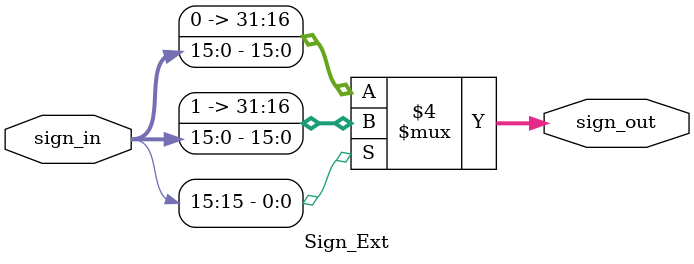
<source format=v>
module Sign_Ext (
    input      [15:0] sign_in,
    output reg [31:0] sign_out 
);

always @(*) begin
    if (sign_in[15]==1'b0)
      begin 
          sign_out = {16'h0000,sign_in};
      end
    else 
     begin 
        sign_out = {16'hFFFF,sign_in}; 
     end 
end

endmodule 
</source>
